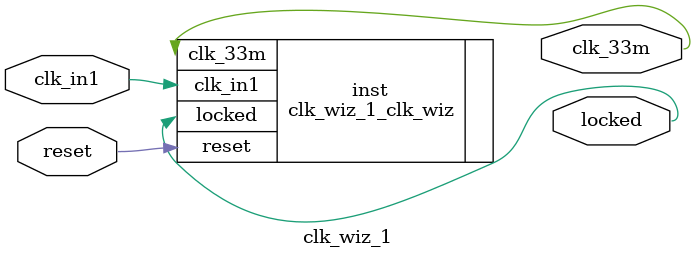
<source format=v>


`timescale 1ps/1ps

(* CORE_GENERATION_INFO = "clk_wiz_1,clk_wiz_v6_0_10_0_0,{component_name=clk_wiz_1,use_phase_alignment=true,use_min_o_jitter=false,use_max_i_jitter=false,use_dyn_phase_shift=false,use_inclk_switchover=false,use_dyn_reconfig=false,enable_axi=0,feedback_source=FDBK_AUTO,PRIMITIVE=MMCM,num_out_clk=1,clkin1_period=20.000,clkin2_period=10.0,use_power_down=false,use_reset=true,use_locked=true,use_inclk_stopped=false,feedback_type=SINGLE,CLOCK_MGR_TYPE=NA,manual_override=false}" *)

module clk_wiz_1 
 (
  // Clock out ports
  output        clk_33m,
  // Status and control signals
  input         reset,
  output        locked,
 // Clock in ports
  input         clk_in1
 );

  clk_wiz_1_clk_wiz inst
  (
  // Clock out ports  
  .clk_33m(clk_33m),
  // Status and control signals               
  .reset(reset), 
  .locked(locked),
 // Clock in ports
  .clk_in1(clk_in1)
  );

endmodule

</source>
